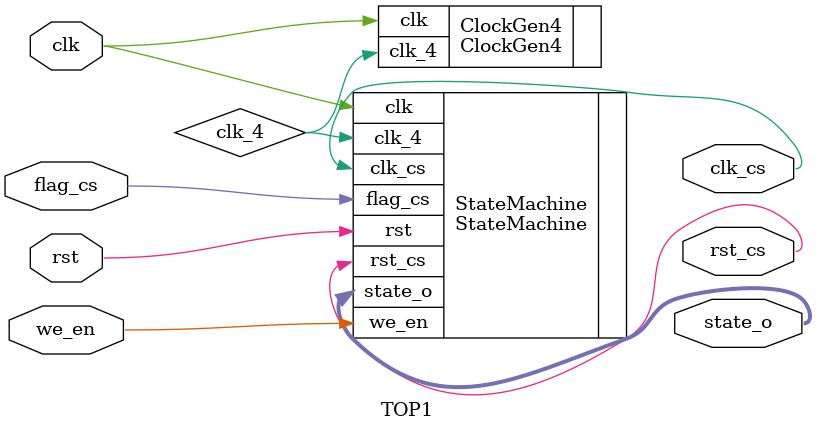
<source format=v>
module TOP1 (
  input rst,
  input clk,
  input flag_cs,
  input we_en,

  output wire [2:0] state_o,
  output wire rst_cs,
  output wire clk_cs

  );

  wire clk_4;


ClockGen4 ClockGen4(
  .clk(clk),
  .clk_4(clk_4)
  );

StateMachine StateMachine(
  .clk(clk),
  .rst(rst),
  .clk_4(clk_4),
  .flag_cs(flag_cs),
  .we_en(we_en),
  .state_o(state_o),
  .rst_cs(rst_cs),
  .clk_cs(clk_cs)
  );

endmodule // TOP1

</source>
